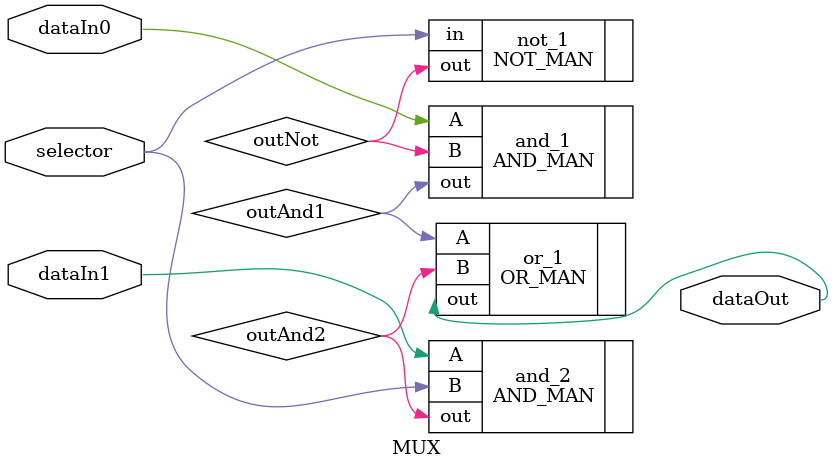
<source format=v>
`include "DescManual/not.v"
`include "DescManual/or.v"
`include "DescManual/and.v"

module MUX (  
    output dataOut,
    input dataIn0,
    input dataIn1,
    input selector);

    //Compuerta Not
    wire outNot;
    NOT_MAN not_1(
        //output
        .out (outNot),
        //input
        .in (selector)
    );

    //Compuerta And#1
    wire outAnd1;
    AND_MAN and_1 (
        //output 
        .out (outAnd1),
        //Input
        .A (dataIn0),
        .B (outNot) 
    );

    //Compuerta And#2
    wire outAnd2;
    AND_MAN and_2 (
        //output 
        .out (outAnd2),
        //Input
        .A (dataIn1),
        .B (selector)
    );

    //Compuerta OR
    OR_MAN or_1(
        //output
        .out (dataOut),
        //input
        .A (outAnd1),
        .B (outAnd2)
    );    
endmodule
</source>
